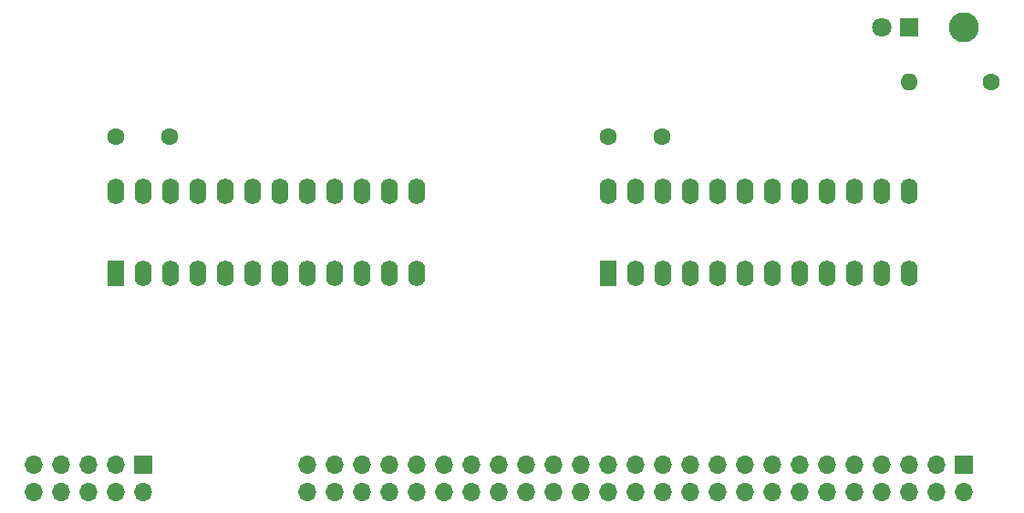
<source format=gbr>
%TF.GenerationSoftware,KiCad,Pcbnew,5.1.9*%
%TF.CreationDate,2021-02-01T10:02:44+01:00*%
%TF.ProjectId,MMU_2x22v10_v1.0,4d4d555f-3278-4323-9276-31305f76312e,1.1*%
%TF.SameCoordinates,Original*%
%TF.FileFunction,Soldermask,Bot*%
%TF.FilePolarity,Negative*%
%FSLAX46Y46*%
G04 Gerber Fmt 4.6, Leading zero omitted, Abs format (unit mm)*
G04 Created by KiCad (PCBNEW 5.1.9) date 2021-02-01 10:02:44*
%MOMM*%
%LPD*%
G01*
G04 APERTURE LIST*
%ADD10O,1.600000X2.400000*%
%ADD11R,1.600000X2.400000*%
%ADD12O,1.700000X1.700000*%
%ADD13R,1.700000X1.700000*%
%ADD14C,1.600000*%
%ADD15C,2.800000*%
%ADD16O,1.600000X1.600000*%
%ADD17C,1.800000*%
%ADD18R,1.800000X1.800000*%
G04 APERTURE END LIST*
D10*
%TO.C,U2*%
X149860000Y-81280000D03*
X177800000Y-88900000D03*
X152400000Y-81280000D03*
X175260000Y-88900000D03*
X154940000Y-81280000D03*
X172720000Y-88900000D03*
X157480000Y-81280000D03*
X170180000Y-88900000D03*
X160020000Y-81280000D03*
X167640000Y-88900000D03*
X162560000Y-81280000D03*
X165100000Y-88900000D03*
X165100000Y-81280000D03*
X162560000Y-88900000D03*
X167640000Y-81280000D03*
X160020000Y-88900000D03*
X170180000Y-81280000D03*
X157480000Y-88900000D03*
X172720000Y-81280000D03*
X154940000Y-88900000D03*
X175260000Y-81280000D03*
X152400000Y-88900000D03*
X177800000Y-81280000D03*
D11*
X149860000Y-88900000D03*
%TD*%
D10*
%TO.C,U1*%
X104140000Y-81280000D03*
X132080000Y-88900000D03*
X106680000Y-81280000D03*
X129540000Y-88900000D03*
X109220000Y-81280000D03*
X127000000Y-88900000D03*
X111760000Y-81280000D03*
X124460000Y-88900000D03*
X114300000Y-81280000D03*
X121920000Y-88900000D03*
X116840000Y-81280000D03*
X119380000Y-88900000D03*
X119380000Y-81280000D03*
X116840000Y-88900000D03*
X121920000Y-81280000D03*
X114300000Y-88900000D03*
X124460000Y-81280000D03*
X111760000Y-88900000D03*
X127000000Y-81280000D03*
X109220000Y-88900000D03*
X129540000Y-81280000D03*
X106680000Y-88900000D03*
X132080000Y-81280000D03*
D11*
X104140000Y-88900000D03*
%TD*%
D12*
%TO.C,J2*%
X96520000Y-109220000D03*
X96520000Y-106680000D03*
X99060000Y-109220000D03*
X99060000Y-106680000D03*
X101600000Y-109220000D03*
X101600000Y-106680000D03*
X104140000Y-109220000D03*
X104140000Y-106680000D03*
X106680000Y-109220000D03*
D13*
X106680000Y-106680000D03*
%TD*%
D14*
%TO.C,C2*%
X154860000Y-76200000D03*
X149860000Y-76200000D03*
%TD*%
%TO.C,C1*%
X109140000Y-76200000D03*
X104140000Y-76200000D03*
%TD*%
D15*
%TO.C,TP1*%
X182880000Y-66040000D03*
%TD*%
D16*
%TO.C,R1*%
X177800000Y-71120000D03*
D14*
X185420000Y-71120000D03*
%TD*%
D12*
%TO.C,J1*%
X121920000Y-109220000D03*
X121920000Y-106680000D03*
X124460000Y-109220000D03*
X124460000Y-106680000D03*
X127000000Y-109220000D03*
X127000000Y-106680000D03*
X129540000Y-109220000D03*
X129540000Y-106680000D03*
X132080000Y-109220000D03*
X132080000Y-106680000D03*
X134620000Y-109220000D03*
X134620000Y-106680000D03*
X137160000Y-109220000D03*
X137160000Y-106680000D03*
X139700000Y-109220000D03*
X139700000Y-106680000D03*
X142240000Y-109220000D03*
X142240000Y-106680000D03*
X144780000Y-109220000D03*
X144780000Y-106680000D03*
X147320000Y-109220000D03*
X147320000Y-106680000D03*
X149860000Y-109220000D03*
X149860000Y-106680000D03*
X152400000Y-109220000D03*
X152400000Y-106680000D03*
X154940000Y-109220000D03*
X154940000Y-106680000D03*
X157480000Y-109220000D03*
X157480000Y-106680000D03*
X160020000Y-109220000D03*
X160020000Y-106680000D03*
X162560000Y-109220000D03*
X162560000Y-106680000D03*
X165100000Y-109220000D03*
X165100000Y-106680000D03*
X167640000Y-109220000D03*
X167640000Y-106680000D03*
X170180000Y-109220000D03*
X170180000Y-106680000D03*
X172720000Y-109220000D03*
X172720000Y-106680000D03*
X175260000Y-109220000D03*
X175260000Y-106680000D03*
X177800000Y-109220000D03*
X177800000Y-106680000D03*
X180340000Y-109220000D03*
X180340000Y-106680000D03*
X182880000Y-109220000D03*
D13*
X182880000Y-106680000D03*
%TD*%
D17*
%TO.C,D1*%
X175260000Y-66040000D03*
D18*
X177800000Y-66040000D03*
%TD*%
M02*

</source>
